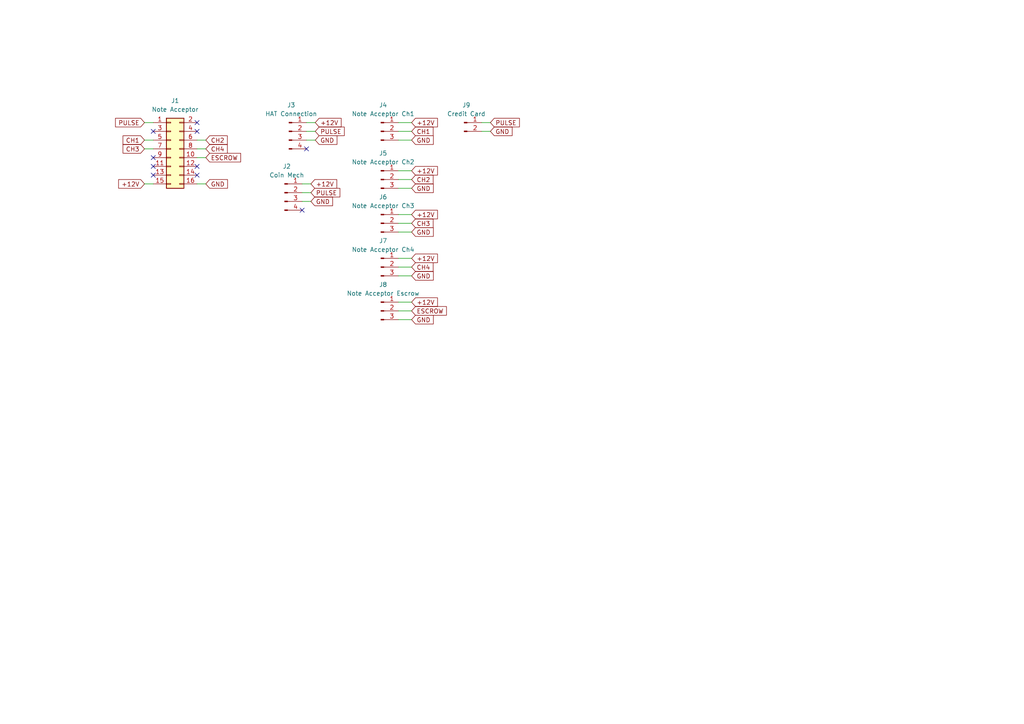
<source format=kicad_sch>
(kicad_sch (version 20211123) (generator eeschema)
  (paper "A4")
  (lib_symbols
    (symbol "Connector:Conn_01x02_Male" (pin_names (offset 1.016) hide)
      (property "Reference" "J" (at 0 2.54 0))
      (property "Value" "Conn_01x02_Male" (at 0 -5.08 0))
      (symbol "Conn_01x02_Male_1_1"
        (polyline (pts (xy 1.27 -2.54) (xy 0.8636 -2.54)) (stroke (width 0.1524)))
        (polyline (pts (xy 1.27 0) (xy 0.8636 0)) (stroke (width 0.1524)))
        (rectangle (start 0.8636 -2.413) (end 0 -2.667) (stroke (width 0.1524)) (fill (type outline)))
        (rectangle (start 0.8636 0.127) (end 0 -0.127) (stroke (width 0.1524)) (fill (type outline)))
        (pin passive line (at 5.08 0 180) (length 3.81) (name "Pin_1") (number "1"))
        (pin passive line (at 5.08 -2.54 180) (length 3.81) (name "Pin_2") (number "2"))
      )
    )
    (symbol "Connector:Conn_01x03_Male" (pin_names (offset 1.016) hide)
      (property "Reference" "J" (at 0 5.08 0))
      (property "Value" "Conn_01x03_Male" (at 0 -5.08 0))
      (symbol "Conn_01x03_Male_1_1"
        (polyline (pts (xy 1.27 -2.54) (xy 0.8636 -2.54)) (stroke (width 0.1524)))
        (polyline (pts (xy 1.27 0) (xy 0.8636 0)) (stroke (width 0.1524)))
        (polyline (pts (xy 1.27 2.54) (xy 0.8636 2.54)) (stroke (width 0.1524)))
        (rectangle (start 0.8636 -2.413) (end 0 -2.667) (stroke (width 0.1524)) (fill (type outline)))
        (rectangle (start 0.8636 0.127) (end 0 -0.127) (stroke (width 0.1524)) (fill (type outline)))
        (rectangle (start 0.8636 2.667) (end 0 2.413) (stroke (width 0.1524)) (fill (type outline)))
        (pin passive line (at 5.08 2.54 180) (length 3.81) (name "Pin_1") (number "1"))
        (pin passive line (at 5.08 0 180) (length 3.81) (name "Pin_2") (number "2"))
        (pin passive line (at 5.08 -2.54 180) (length 3.81) (name "Pin_3") (number "3"))
      )
    )
    (symbol "Connector:Conn_01x04_Male" (pin_names (offset 1.016) hide)
      (property "Reference" "J" (at 0 5.08 0))
      (property "Value" "Conn_01x04_Male" (at 0 -7.62 0))
      (symbol "Conn_01x04_Male_1_1"
        (polyline (pts (xy 1.27 -5.08) (xy 0.8636 -5.08)) (stroke (width 0.1524)))
        (polyline (pts (xy 1.27 -2.54) (xy 0.8636 -2.54)) (stroke (width 0.1524)))
        (polyline (pts (xy 1.27 0) (xy 0.8636 0)) (stroke (width 0.1524)))
        (polyline (pts (xy 1.27 2.54) (xy 0.8636 2.54)) (stroke (width 0.1524)))
        (rectangle (start 0.8636 -4.953) (end 0 -5.207) (stroke (width 0.1524)) (fill (type outline)))
        (rectangle (start 0.8636 -2.413) (end 0 -2.667) (stroke (width 0.1524)) (fill (type outline)))
        (rectangle (start 0.8636 0.127) (end 0 -0.127) (stroke (width 0.1524)) (fill (type outline)))
        (rectangle (start 0.8636 2.667) (end 0 2.413) (stroke (width 0.1524)) (fill (type outline)))
        (pin passive line (at 5.08 2.54 180) (length 3.81) (name "Pin_1") (number "1"))
        (pin passive line (at 5.08 0 180) (length 3.81) (name "Pin_2") (number "2"))
        (pin passive line (at 5.08 -2.54 180) (length 3.81) (name "Pin_3") (number "3"))
        (pin passive line (at 5.08 -5.08 180) (length 3.81) (name "Pin_4") (number "4"))
      )
    )
    (symbol "Connector_Generic:Conn_02x08_Odd_Even" (pin_names (offset 1.016) hide)
      (property "Reference" "J" (at 1.27 10.16 0))
      (property "Value" "Conn_02x08_Odd_Even" (at 1.27 -12.7 0))
      (symbol "Conn_02x08_Odd_Even_1_1"
        (rectangle (start -1.27 -10.033) (end 0 -10.287) (stroke (width 0.1524)))
        (rectangle (start -1.27 -7.493) (end 0 -7.747) (stroke (width 0.1524)))
        (rectangle (start -1.27 -4.953) (end 0 -5.207) (stroke (width 0.1524)))
        (rectangle (start -1.27 -2.413) (end 0 -2.667) (stroke (width 0.1524)))
        (rectangle (start -1.27 0.127) (end 0 -0.127) (stroke (width 0.1524)))
        (rectangle (start -1.27 2.667) (end 0 2.413) (stroke (width 0.1524)))
        (rectangle (start -1.27 5.207) (end 0 4.953) (stroke (width 0.1524)))
        (rectangle (start -1.27 7.747) (end 0 7.493) (stroke (width 0.1524)))
        (rectangle (start -1.27 8.89) (end 3.81 -11.43) (stroke (width 0.254)) (fill (type background)))
        (rectangle (start 3.81 -10.033) (end 2.54 -10.287) (stroke (width 0.1524)))
        (rectangle (start 3.81 -7.493) (end 2.54 -7.747) (stroke (width 0.1524)))
        (rectangle (start 3.81 -4.953) (end 2.54 -5.207) (stroke (width 0.1524)))
        (rectangle (start 3.81 -2.413) (end 2.54 -2.667) (stroke (width 0.1524)))
        (rectangle (start 3.81 0.127) (end 2.54 -0.127) (stroke (width 0.1524)))
        (rectangle (start 3.81 2.667) (end 2.54 2.413) (stroke (width 0.1524)))
        (rectangle (start 3.81 5.207) (end 2.54 4.953) (stroke (width 0.1524)))
        (rectangle (start 3.81 7.747) (end 2.54 7.493) (stroke (width 0.1524)))
        (pin passive line (at -5.08 7.62 0) (length 3.81) (name "Pin_1") (number "1"))
        (pin passive line (at 7.62 -2.54 180) (length 3.81) (name "Pin_10") (number "10"))
        (pin passive line (at -5.08 -5.08 0) (length 3.81) (name "Pin_11") (number "11"))
        (pin passive line (at 7.62 -5.08 180) (length 3.81) (name "Pin_12") (number "12"))
        (pin passive line (at -5.08 -7.62 0) (length 3.81) (name "Pin_13") (number "13"))
        (pin passive line (at 7.62 -7.62 180) (length 3.81) (name "Pin_14") (number "14"))
        (pin passive line (at -5.08 -10.16 0) (length 3.81) (name "Pin_15") (number "15"))
        (pin passive line (at 7.62 -10.16 180) (length 3.81) (name "Pin_16") (number "16"))
        (pin passive line (at 7.62 7.62 180) (length 3.81) (name "Pin_2") (number "2"))
        (pin passive line (at -5.08 5.08 0) (length 3.81) (name "Pin_3") (number "3"))
        (pin passive line (at 7.62 5.08 180) (length 3.81) (name "Pin_4") (number "4"))
        (pin passive line (at -5.08 2.54 0) (length 3.81) (name "Pin_5") (number "5"))
        (pin passive line (at 7.62 2.54 180) (length 3.81) (name "Pin_6") (number "6"))
        (pin passive line (at -5.08 0 0) (length 3.81) (name "Pin_7") (number "7"))
        (pin passive line (at 7.62 0 180) (length 3.81) (name "Pin_8") (number "8"))
        (pin passive line (at -5.08 -2.54 0) (length 3.81) (name "Pin_9") (number "9"))
      )
    )
  )
  (no_connect (at 57.15 50.8))
  (no_connect (at 57.15 48.26))
  (no_connect (at 88.9 43.18))
  (no_connect (at 87.63 60.96))
  (no_connect (at 57.15 35.56))
  (no_connect (at 44.45 50.8))
  (no_connect (at 44.45 48.26))
  (no_connect (at 44.45 45.72))
  (no_connect (at 44.45 38.1))
  (no_connect (at 57.15 38.1))
  (wire (pts (xy 115.57 80.01) (xy 119.38 80.01)))
  (wire (pts (xy 41.91 53.34) (xy 44.45 53.34)))
  (wire (pts (xy 87.63 55.88) (xy 90.17 55.88)))
  (wire (pts (xy 139.7 35.56) (xy 142.24 35.56)))
  (wire (pts (xy 139.7 38.1) (xy 142.24 38.1)))
  (wire (pts (xy 115.57 90.17) (xy 119.38 90.17)))
  (wire (pts (xy 115.57 49.53) (xy 119.38 49.53)))
  (wire (pts (xy 115.57 67.31) (xy 119.38 67.31)))
  (wire (pts (xy 41.91 40.64) (xy 44.45 40.64)))
  (wire (pts (xy 41.91 43.18) (xy 44.45 43.18)))
  (wire (pts (xy 115.57 92.71) (xy 119.38 92.71)))
  (wire (pts (xy 87.63 58.42) (xy 90.17 58.42)))
  (wire (pts (xy 88.9 40.64) (xy 91.44 40.64)))
  (wire (pts (xy 115.57 64.77) (xy 119.38 64.77)))
  (wire (pts (xy 87.63 53.34) (xy 90.17 53.34)))
  (wire (pts (xy 88.9 38.1) (xy 91.44 38.1)))
  (wire (pts (xy 88.9 35.56) (xy 91.44 35.56)))
  (wire (pts (xy 57.15 40.64) (xy 59.69 40.64)))
  (wire (pts (xy 115.57 54.61) (xy 119.38 54.61)))
  (wire (pts (xy 57.15 43.18) (xy 59.69 43.18)))
  (wire (pts (xy 115.57 87.63) (xy 119.38 87.63)))
  (wire (pts (xy 115.57 38.1) (xy 119.38 38.1)))
  (wire (pts (xy 41.91 35.56) (xy 44.45 35.56)))
  (wire (pts (xy 115.57 40.64) (xy 119.38 40.64)))
  (wire (pts (xy 115.57 35.56) (xy 119.38 35.56)))
  (wire (pts (xy 57.15 45.72) (xy 59.69 45.72)))
  (wire (pts (xy 57.15 53.34) (xy 59.69 53.34)))
  (wire (pts (xy 115.57 52.07) (xy 119.38 52.07)))
  (wire (pts (xy 115.57 77.47) (xy 119.38 77.47)))
  (wire (pts (xy 115.57 74.93) (xy 119.38 74.93)))
  (wire (pts (xy 115.57 62.23) (xy 119.38 62.23)))
  (global_label "+12V" (shape input) (at 119.38 35.56 0) (property "Intersheet References" "${INTERSHEET_REFS}" (effects hide)))
  (global_label "PULSE" (shape input) (at 91.44 38.1 0) (property "Intersheet References" "${INTERSHEET_REFS}" (effects hide)))
  (global_label "CH3" (shape input) (at 119.38 64.77 0) (property "Intersheet References" "${INTERSHEET_REFS}" (effects hide)))
  (global_label "GND" (shape input) (at 119.38 80.01 0) (property "Intersheet References" "${INTERSHEET_REFS}" (effects hide)))
  (global_label "GND" (shape input) (at 91.44 40.64 0) (property "Intersheet References" "${INTERSHEET_REFS}" (effects hide)))
  (global_label "CH2" (shape input) (at 119.38 52.07 0) (property "Intersheet References" "${INTERSHEET_REFS}" (effects hide)))
  (global_label "CH4" (shape input) (at 119.38 77.47 0) (property "Intersheet References" "${INTERSHEET_REFS}" (effects hide)))
  (global_label "ESCROW" (shape input) (at 119.38 90.17 0) (property "Intersheet References" "${INTERSHEET_REFS}" (effects hide)))
  (global_label "CH3" (shape input) (at 41.91 43.18 180) (property "Intersheet References" "${INTERSHEET_REFS}" (effects hide)))
  (global_label "GND" (shape input) (at 119.38 40.64 0) (property "Intersheet References" "${INTERSHEET_REFS}" (effects hide)))
  (global_label "PULSE" (shape input) (at 90.17 55.88 0) (property "Intersheet References" "${INTERSHEET_REFS}" (effects hide)))
  (global_label "CH1" (shape input) (at 41.91 40.64 180) (property "Intersheet References" "${INTERSHEET_REFS}" (effects hide)))
  (global_label "GND" (shape input) (at 59.69 53.34 0) (property "Intersheet References" "${INTERSHEET_REFS}" (effects hide)))
  (global_label "CH4" (shape input) (at 59.69 43.18 0) (property "Intersheet References" "${INTERSHEET_REFS}" (effects hide)))
  (global_label "GND" (shape input) (at 119.38 54.61 0) (property "Intersheet References" "${INTERSHEET_REFS}" (effects hide)))
  (global_label "GND" (shape input) (at 90.17 58.42 0) (property "Intersheet References" "${INTERSHEET_REFS}" (effects hide)))
  (global_label "ESCROW" (shape input) (at 59.69 45.72 0) (property "Intersheet References" "${INTERSHEET_REFS}" (effects hide)))
  (global_label "+12V" (shape input) (at 119.38 87.63 0) (property "Intersheet References" "${INTERSHEET_REFS}" (effects hide)))
  (global_label "+12V" (shape input) (at 91.44 35.56 0) (property "Intersheet References" "${INTERSHEET_REFS}" (effects hide)))
  (global_label "+12V" (shape input) (at 119.38 49.53 0) (property "Intersheet References" "${INTERSHEET_REFS}" (effects hide)))
  (global_label "PULSE" (shape input) (at 142.24 35.56 0) (property "Intersheet References" "${INTERSHEET_REFS}" (effects hide)))
  (global_label "+12V" (shape input) (at 90.17 53.34 0) (property "Intersheet References" "${INTERSHEET_REFS}" (effects hide)))
  (global_label "GND" (shape input) (at 119.38 67.31 0) (property "Intersheet References" "${INTERSHEET_REFS}" (effects hide)))
  (global_label "GND" (shape input) (at 142.24 38.1 0) (property "Intersheet References" "${INTERSHEET_REFS}" (effects hide)))
  (global_label "+12V" (shape input) (at 119.38 62.23 0) (property "Intersheet References" "${INTERSHEET_REFS}" (effects hide)))
  (global_label "+12V" (shape input) (at 119.38 74.93 0) (property "Intersheet References" "${INTERSHEET_REFS}" (effects hide)))
  (global_label "GND" (shape input) (at 119.38 92.71 0) (property "Intersheet References" "${INTERSHEET_REFS}" (effects hide)))
  (global_label "CH2" (shape input) (at 59.69 40.64 0) (property "Intersheet References" "${INTERSHEET_REFS}" (effects hide)))
  (global_label "PULSE" (shape input) (at 41.91 35.56 180) (property "Intersheet References" "${INTERSHEET_REFS}" (effects hide)))
  (global_label "CH1" (shape input) (at 119.38 38.1 0) (property "Intersheet References" "${INTERSHEET_REFS}" (effects hide)))
  (global_label "+12V" (shape input) (at 41.91 53.34 180) (property "Intersheet References" "${INTERSHEET_REFS}" (effects hide)))
  (symbol (lib_id "Connector:Conn_01x04_Male") (at 82.55 55.88 0) (unit 1)
    (property "Reference" "J2" (at 83.185 48.26 0))
    (property "Value" "Coin Mech" (at 83.185 50.8 0))
    (property "Footprint" "Connector_PinHeader_2.54mm:PinHeader_1x04_P2.54mm_Vertical" (effects hide))
  )
  (symbol (lib_id "Connector:Conn_01x03_Male") (at 110.49 77.47 0) (unit 1)
    (property "Reference" "J7" (at 111.125 69.85 0))
    (property "Value" "Note Acceptor Ch4" (at 111.125 72.39 0))
    (property "Footprint" "Connector_PinHeader_2.54mm:PinHeader_1x03_P2.54mm_Vertical" (effects hide))
  )
  (symbol (lib_id "Connector:Conn_01x02_Male") (at 134.62 35.56 0) (unit 1)
    (property "Reference" "J9" (at 135.255 30.48 0))
    (property "Value" "Credit Card" (at 135.255 33.02 0))
    (property "Footprint" "Connector_PinHeader_2.54mm:PinHeader_1x02_P2.54mm_Vertical" (effects hide))
  )
  (symbol (lib_id "Connector_Generic:Conn_02x08_Odd_Even") (at 49.53 43.18 0) (unit 1)
    (property "Reference" "J1" (at 50.8 29.21 0))
    (property "Value" "Note Acceptor" (at 50.8 31.75 0))
    (property "Footprint" "Connector_PinHeader_2.54mm:PinHeader_2x08_P2.54mm_Vertical" (effects hide))
  )
  (symbol (lib_id "Connector:Conn_01x03_Male") (at 110.49 38.1 0) (unit 1)
    (property "Reference" "J4" (at 111.125 30.48 0))
    (property "Value" "Note Acceptor Ch1" (at 111.125 33.02 0))
    (property "Footprint" "Connector_PinHeader_2.54mm:PinHeader_1x03_P2.54mm_Vertical" (effects hide))
  )
  (symbol (lib_id "Connector:Conn_01x03_Male") (at 110.49 90.17 0) (unit 1)
    (property "Reference" "J8" (at 111.125 82.55 0))
    (property "Value" "Note Acceptor Escrow" (at 111.125 85.09 0))
    (property "Footprint" "Connector_PinHeader_2.54mm:PinHeader_1x03_P2.54mm_Vertical" (effects hide))
  )
  (symbol (lib_id "Connector:Conn_01x04_Male") (at 83.82 38.1 0) (unit 1)
    (property "Reference" "J3" (at 84.455 30.48 0))
    (property "Value" "HAT Connection" (at 84.455 33.02 0))
    (property "Footprint" "Connector_PinHeader_2.54mm:PinHeader_1x04_P2.54mm_Vertical" (effects hide))
  )
  (symbol (lib_id "Connector:Conn_01x03_Male") (at 110.49 64.77 0) (unit 1)
    (property "Reference" "J6" (at 111.125 57.15 0))
    (property "Value" "Note Acceptor Ch3" (at 111.125 59.69 0))
    (property "Footprint" "Connector_PinHeader_2.54mm:PinHeader_1x03_P2.54mm_Vertical" (effects hide))
  )
  (symbol (lib_id "Connector:Conn_01x03_Male") (at 110.49 52.07 0) (unit 1)
    (property "Reference" "J5" (at 111.125 44.45 0))
    (property "Value" "Note Acceptor Ch2" (at 111.125 46.99 0))
    (property "Footprint" "Connector_PinHeader_2.54mm:PinHeader_1x03_P2.54mm_Vertical" (effects hide))
  )
)
</source>
